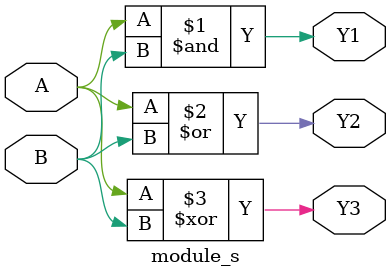
<source format=sv>
module module_s (
	input logic A, B,
	output logic Y1, Y2, Y3
);
	and U1 (Y1, A, B);
	or U2 (Y2, A, B);
	xor U3 (Y3, A, B);
endmodule
</source>
